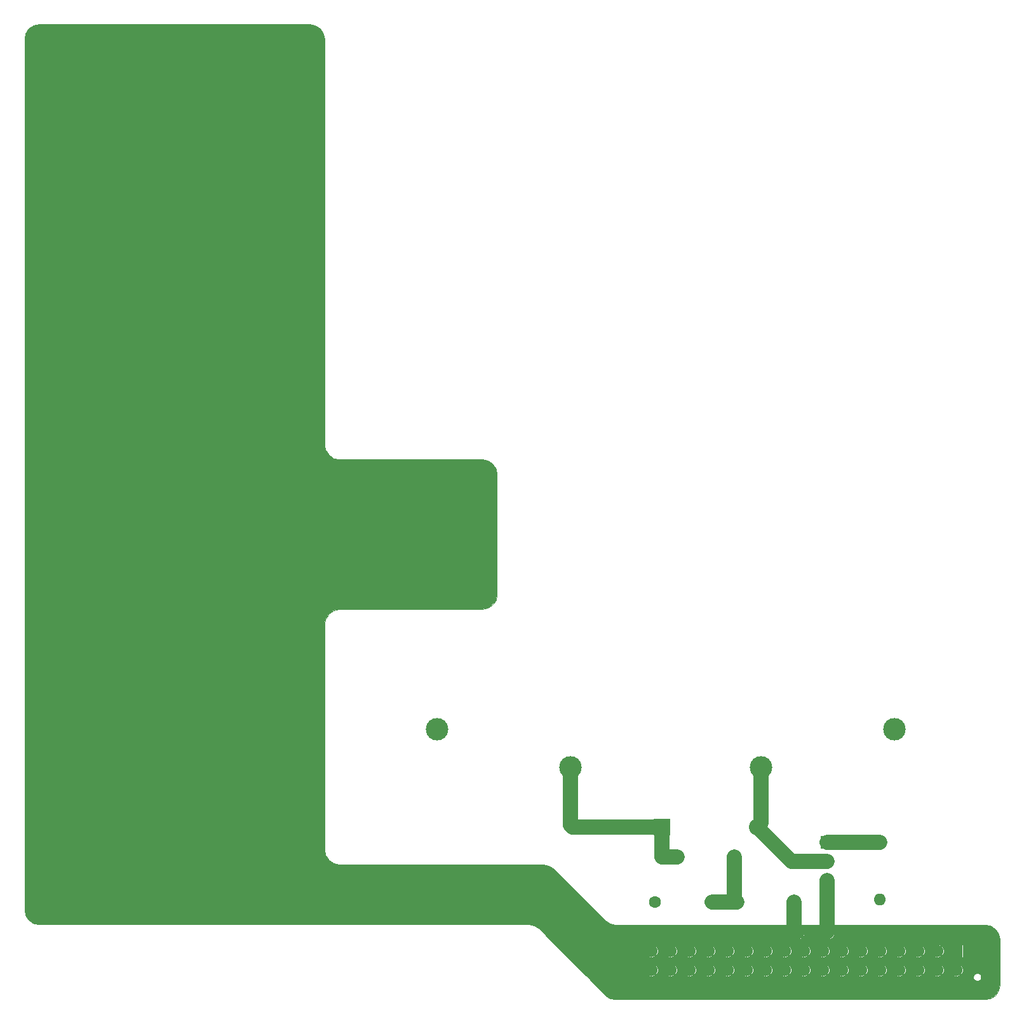
<source format=gbr>
G04 #@! TF.FileFunction,Copper,L2,Bot,Signal*
%FSLAX46Y46*%
G04 Gerber Fmt 4.6, Leading zero omitted, Abs format (unit mm)*
G04 Created by KiCad (PCBNEW 4.0.3-stable) date 01/11/25 11:01:01*
%MOMM*%
%LPD*%
G01*
G04 APERTURE LIST*
%ADD10C,0.100000*%
%ADD11C,1.600000*%
%ADD12O,1.600000X1.600000*%
%ADD13R,1.700000X1.700000*%
%ADD14C,1.700000*%
%ADD15C,3.000000*%
%ADD16R,1.800000X1.800000*%
%ADD17O,1.800000X1.800000*%
%ADD18R,2.200000X2.200000*%
%ADD19O,2.200000X2.200000*%
%ADD20C,2.000000*%
%ADD21C,0.250000*%
%ADD22C,0.025400*%
G04 APERTURE END LIST*
D10*
D11*
X119000000Y-152000000D03*
D12*
X126620000Y-152000000D03*
D11*
X130000000Y-152000000D03*
D12*
X137620000Y-152000000D03*
D11*
X122000000Y-146000000D03*
D12*
X129620000Y-146000000D03*
D13*
X159200000Y-158500000D03*
D14*
X159200000Y-161040000D03*
X156660000Y-158500000D03*
X156660000Y-161040000D03*
X154120000Y-158500000D03*
X154120000Y-161040000D03*
X151580000Y-158500000D03*
X151580000Y-161040000D03*
X149040000Y-158500000D03*
X149040000Y-161040000D03*
X146500000Y-158500000D03*
X146500000Y-161040000D03*
X143960000Y-158500000D03*
X143960000Y-161040000D03*
X141420000Y-158500000D03*
X141420000Y-161040000D03*
X138880000Y-158500000D03*
X138880000Y-161040000D03*
X136340000Y-158500000D03*
X136340000Y-161040000D03*
X133800000Y-158500000D03*
X133800000Y-161040000D03*
X131260000Y-158500000D03*
X131260000Y-161040000D03*
X128720000Y-158500000D03*
X128720000Y-161040000D03*
X126180000Y-158500000D03*
X126180000Y-161040000D03*
X123640000Y-158500000D03*
X123640000Y-161040000D03*
X121100000Y-158500000D03*
X121100000Y-161040000D03*
X118560000Y-158500000D03*
X118560000Y-161040000D03*
D15*
X133180000Y-134080000D03*
X90000000Y-129000000D03*
X150960000Y-129000000D03*
X107780000Y-134080000D03*
D16*
X142000000Y-144000000D03*
D17*
X142000000Y-146540000D03*
X142000000Y-149080000D03*
D18*
X120000000Y-142000000D03*
D19*
X132700000Y-142000000D03*
D11*
X149000000Y-144000000D03*
D12*
X149000000Y-151620000D03*
D20*
X142000000Y-144000000D02*
X149000000Y-144000000D01*
X142000000Y-149080000D02*
X142000000Y-156000000D01*
X142000000Y-146540000D02*
X137240000Y-146540000D01*
X137240000Y-146540000D02*
X132700000Y-142000000D01*
X133180000Y-134080000D02*
X133180000Y-141520000D01*
X133180000Y-141520000D02*
X132700000Y-142000000D01*
X129620000Y-146000000D02*
X129620000Y-151620000D01*
X129620000Y-151620000D02*
X130000000Y-152000000D01*
X107780000Y-134080000D02*
X107780000Y-141780000D01*
X108000000Y-142000000D02*
X120000000Y-142000000D01*
X107780000Y-141780000D02*
X108000000Y-142000000D01*
X122000000Y-146000000D02*
X120000000Y-146000000D01*
X120000000Y-146000000D02*
X120000000Y-142000000D01*
X137620000Y-152000000D02*
X137620000Y-155620000D01*
X137620000Y-155620000D02*
X138000000Y-156000000D01*
X126620000Y-152000000D02*
X130000000Y-152000000D01*
D21*
X164000000Y-163000000D02*
X163000000Y-163000000D01*
X81000000Y-99000000D02*
X82000000Y-99000000D01*
X40000000Y-78000000D02*
X41000000Y-78000000D01*
D22*
G36*
X73760411Y-35164204D02*
X74405058Y-35594942D01*
X74835796Y-36239589D01*
X74987300Y-37001251D01*
X74987300Y-91000000D01*
X74987544Y-91002478D01*
X75139785Y-91767845D01*
X75141681Y-91772423D01*
X75575226Y-92421270D01*
X75578730Y-92424774D01*
X76227577Y-92858319D01*
X76232155Y-92860215D01*
X76997522Y-93012456D01*
X77000000Y-93012700D01*
X95998749Y-93012700D01*
X96760411Y-93164204D01*
X97405058Y-93594942D01*
X97835796Y-94239589D01*
X97987300Y-95001251D01*
X97987300Y-110998749D01*
X97835796Y-111760411D01*
X97405058Y-112405058D01*
X96760411Y-112835796D01*
X95998749Y-112987300D01*
X77000000Y-112987300D01*
X76997522Y-112987544D01*
X76232155Y-113139785D01*
X76227577Y-113141681D01*
X75578730Y-113575226D01*
X75575226Y-113578730D01*
X75141681Y-114227577D01*
X75139785Y-114232155D01*
X74987544Y-114997522D01*
X74987300Y-115000000D01*
X74987300Y-145000000D01*
X74987544Y-145002478D01*
X75139785Y-145767845D01*
X75141681Y-145772423D01*
X75575226Y-146421270D01*
X75578730Y-146424774D01*
X76227577Y-146858319D01*
X76232155Y-146860215D01*
X76997522Y-147012456D01*
X77000000Y-147012700D01*
X104170322Y-147012700D01*
X104931984Y-147164204D01*
X105577693Y-147595653D01*
X112405234Y-154423194D01*
X112407158Y-154424774D01*
X113056004Y-154858319D01*
X113060582Y-154860215D01*
X113825949Y-155012456D01*
X113828427Y-155012700D01*
X136607300Y-155012700D01*
X136607300Y-155620000D01*
X136684387Y-156007544D01*
X136903913Y-156336087D01*
X137283913Y-156716087D01*
X137612457Y-156935613D01*
X138000000Y-157012700D01*
X138387543Y-156935613D01*
X138716087Y-156716087D01*
X138935613Y-156387543D01*
X139012700Y-156000000D01*
X138935613Y-155612457D01*
X138716087Y-155283913D01*
X138632700Y-155200526D01*
X138632700Y-155012700D01*
X140987300Y-155012700D01*
X140987300Y-156000000D01*
X141064387Y-156387544D01*
X141283913Y-156716087D01*
X141612456Y-156935613D01*
X142000000Y-157012700D01*
X142387544Y-156935613D01*
X142716087Y-156716087D01*
X142935613Y-156387544D01*
X143012700Y-156000000D01*
X143012700Y-155012700D01*
X162998749Y-155012700D01*
X163760411Y-155164204D01*
X164405058Y-155594942D01*
X164835796Y-156239589D01*
X164987300Y-157001251D01*
X164987300Y-162998749D01*
X164835796Y-163760411D01*
X164405058Y-164405058D01*
X163760411Y-164835796D01*
X162998749Y-164987300D01*
X113829678Y-164987300D01*
X113068016Y-164835796D01*
X112422307Y-164404347D01*
X111017960Y-163000000D01*
X162862300Y-163000000D01*
X162872782Y-163052696D01*
X162902631Y-163097369D01*
X162947304Y-163127218D01*
X163000000Y-163137700D01*
X164000000Y-163137700D01*
X164052696Y-163127218D01*
X164097369Y-163097369D01*
X164127218Y-163052696D01*
X164137700Y-163000000D01*
X164127218Y-162947304D01*
X164097369Y-162902631D01*
X164052696Y-162872782D01*
X164000000Y-162862300D01*
X163000000Y-162862300D01*
X162947304Y-162872782D01*
X162902631Y-162902631D01*
X162872782Y-162947304D01*
X162862300Y-163000000D01*
X111017960Y-163000000D01*
X110119495Y-162101535D01*
X161487212Y-162101535D01*
X161565101Y-162290042D01*
X161709200Y-162434392D01*
X161897570Y-162512610D01*
X162101535Y-162512788D01*
X162290042Y-162434899D01*
X162434392Y-162290800D01*
X162512610Y-162102430D01*
X162512788Y-161898465D01*
X162434899Y-161709958D01*
X162290800Y-161565608D01*
X162102430Y-161487390D01*
X161898465Y-161487212D01*
X161709958Y-161565101D01*
X161565608Y-161709200D01*
X161487390Y-161897570D01*
X161487212Y-162101535D01*
X110119495Y-162101535D01*
X109228809Y-161210849D01*
X117697151Y-161210849D01*
X117828212Y-161528042D01*
X118070682Y-161770935D01*
X118387646Y-161902550D01*
X118730849Y-161902849D01*
X119048042Y-161771788D01*
X119290935Y-161529318D01*
X119422550Y-161212354D01*
X119422551Y-161210849D01*
X120237151Y-161210849D01*
X120368212Y-161528042D01*
X120610682Y-161770935D01*
X120927646Y-161902550D01*
X121270849Y-161902849D01*
X121588042Y-161771788D01*
X121830935Y-161529318D01*
X121962550Y-161212354D01*
X121962551Y-161210849D01*
X122777151Y-161210849D01*
X122908212Y-161528042D01*
X123150682Y-161770935D01*
X123467646Y-161902550D01*
X123810849Y-161902849D01*
X124128042Y-161771788D01*
X124370935Y-161529318D01*
X124502550Y-161212354D01*
X124502551Y-161210849D01*
X125317151Y-161210849D01*
X125448212Y-161528042D01*
X125690682Y-161770935D01*
X126007646Y-161902550D01*
X126350849Y-161902849D01*
X126668042Y-161771788D01*
X126910935Y-161529318D01*
X127042550Y-161212354D01*
X127042551Y-161210849D01*
X127857151Y-161210849D01*
X127988212Y-161528042D01*
X128230682Y-161770935D01*
X128547646Y-161902550D01*
X128890849Y-161902849D01*
X129208042Y-161771788D01*
X129450935Y-161529318D01*
X129582550Y-161212354D01*
X129582551Y-161210849D01*
X130397151Y-161210849D01*
X130528212Y-161528042D01*
X130770682Y-161770935D01*
X131087646Y-161902550D01*
X131430849Y-161902849D01*
X131748042Y-161771788D01*
X131990935Y-161529318D01*
X132122550Y-161212354D01*
X132122551Y-161210849D01*
X132937151Y-161210849D01*
X133068212Y-161528042D01*
X133310682Y-161770935D01*
X133627646Y-161902550D01*
X133970849Y-161902849D01*
X134288042Y-161771788D01*
X134530935Y-161529318D01*
X134662550Y-161212354D01*
X134662551Y-161210849D01*
X135477151Y-161210849D01*
X135608212Y-161528042D01*
X135850682Y-161770935D01*
X136167646Y-161902550D01*
X136510849Y-161902849D01*
X136828042Y-161771788D01*
X137070935Y-161529318D01*
X137202550Y-161212354D01*
X137202551Y-161210849D01*
X138017151Y-161210849D01*
X138148212Y-161528042D01*
X138390682Y-161770935D01*
X138707646Y-161902550D01*
X139050849Y-161902849D01*
X139368042Y-161771788D01*
X139610935Y-161529318D01*
X139742550Y-161212354D01*
X139742551Y-161210849D01*
X140557151Y-161210849D01*
X140688212Y-161528042D01*
X140930682Y-161770935D01*
X141247646Y-161902550D01*
X141590849Y-161902849D01*
X141908042Y-161771788D01*
X142150935Y-161529318D01*
X142282550Y-161212354D01*
X142282551Y-161210849D01*
X143097151Y-161210849D01*
X143228212Y-161528042D01*
X143470682Y-161770935D01*
X143787646Y-161902550D01*
X144130849Y-161902849D01*
X144448042Y-161771788D01*
X144690935Y-161529318D01*
X144822550Y-161212354D01*
X144822551Y-161210849D01*
X145637151Y-161210849D01*
X145768212Y-161528042D01*
X146010682Y-161770935D01*
X146327646Y-161902550D01*
X146670849Y-161902849D01*
X146988042Y-161771788D01*
X147230935Y-161529318D01*
X147362550Y-161212354D01*
X147362551Y-161210849D01*
X148177151Y-161210849D01*
X148308212Y-161528042D01*
X148550682Y-161770935D01*
X148867646Y-161902550D01*
X149210849Y-161902849D01*
X149528042Y-161771788D01*
X149770935Y-161529318D01*
X149902550Y-161212354D01*
X149902551Y-161210849D01*
X150717151Y-161210849D01*
X150848212Y-161528042D01*
X151090682Y-161770935D01*
X151407646Y-161902550D01*
X151750849Y-161902849D01*
X152068042Y-161771788D01*
X152310935Y-161529318D01*
X152442550Y-161212354D01*
X152442551Y-161210849D01*
X153257151Y-161210849D01*
X153388212Y-161528042D01*
X153630682Y-161770935D01*
X153947646Y-161902550D01*
X154290849Y-161902849D01*
X154608042Y-161771788D01*
X154850935Y-161529318D01*
X154982550Y-161212354D01*
X154982551Y-161210849D01*
X155797151Y-161210849D01*
X155928212Y-161528042D01*
X156170682Y-161770935D01*
X156487646Y-161902550D01*
X156830849Y-161902849D01*
X157148042Y-161771788D01*
X157390935Y-161529318D01*
X157522550Y-161212354D01*
X157522551Y-161210849D01*
X158337151Y-161210849D01*
X158468212Y-161528042D01*
X158710682Y-161770935D01*
X159027646Y-161902550D01*
X159370849Y-161902849D01*
X159688042Y-161771788D01*
X159930935Y-161529318D01*
X160062550Y-161212354D01*
X160062849Y-160869151D01*
X159931788Y-160551958D01*
X159689318Y-160309065D01*
X159372354Y-160177450D01*
X159029151Y-160177151D01*
X158711958Y-160308212D01*
X158469065Y-160550682D01*
X158337450Y-160867646D01*
X158337151Y-161210849D01*
X157522551Y-161210849D01*
X157522849Y-160869151D01*
X157391788Y-160551958D01*
X157149318Y-160309065D01*
X156832354Y-160177450D01*
X156489151Y-160177151D01*
X156171958Y-160308212D01*
X155929065Y-160550682D01*
X155797450Y-160867646D01*
X155797151Y-161210849D01*
X154982551Y-161210849D01*
X154982849Y-160869151D01*
X154851788Y-160551958D01*
X154609318Y-160309065D01*
X154292354Y-160177450D01*
X153949151Y-160177151D01*
X153631958Y-160308212D01*
X153389065Y-160550682D01*
X153257450Y-160867646D01*
X153257151Y-161210849D01*
X152442551Y-161210849D01*
X152442849Y-160869151D01*
X152311788Y-160551958D01*
X152069318Y-160309065D01*
X151752354Y-160177450D01*
X151409151Y-160177151D01*
X151091958Y-160308212D01*
X150849065Y-160550682D01*
X150717450Y-160867646D01*
X150717151Y-161210849D01*
X149902551Y-161210849D01*
X149902849Y-160869151D01*
X149771788Y-160551958D01*
X149529318Y-160309065D01*
X149212354Y-160177450D01*
X148869151Y-160177151D01*
X148551958Y-160308212D01*
X148309065Y-160550682D01*
X148177450Y-160867646D01*
X148177151Y-161210849D01*
X147362551Y-161210849D01*
X147362849Y-160869151D01*
X147231788Y-160551958D01*
X146989318Y-160309065D01*
X146672354Y-160177450D01*
X146329151Y-160177151D01*
X146011958Y-160308212D01*
X145769065Y-160550682D01*
X145637450Y-160867646D01*
X145637151Y-161210849D01*
X144822551Y-161210849D01*
X144822849Y-160869151D01*
X144691788Y-160551958D01*
X144449318Y-160309065D01*
X144132354Y-160177450D01*
X143789151Y-160177151D01*
X143471958Y-160308212D01*
X143229065Y-160550682D01*
X143097450Y-160867646D01*
X143097151Y-161210849D01*
X142282551Y-161210849D01*
X142282849Y-160869151D01*
X142151788Y-160551958D01*
X141909318Y-160309065D01*
X141592354Y-160177450D01*
X141249151Y-160177151D01*
X140931958Y-160308212D01*
X140689065Y-160550682D01*
X140557450Y-160867646D01*
X140557151Y-161210849D01*
X139742551Y-161210849D01*
X139742849Y-160869151D01*
X139611788Y-160551958D01*
X139369318Y-160309065D01*
X139052354Y-160177450D01*
X138709151Y-160177151D01*
X138391958Y-160308212D01*
X138149065Y-160550682D01*
X138017450Y-160867646D01*
X138017151Y-161210849D01*
X137202551Y-161210849D01*
X137202849Y-160869151D01*
X137071788Y-160551958D01*
X136829318Y-160309065D01*
X136512354Y-160177450D01*
X136169151Y-160177151D01*
X135851958Y-160308212D01*
X135609065Y-160550682D01*
X135477450Y-160867646D01*
X135477151Y-161210849D01*
X134662551Y-161210849D01*
X134662849Y-160869151D01*
X134531788Y-160551958D01*
X134289318Y-160309065D01*
X133972354Y-160177450D01*
X133629151Y-160177151D01*
X133311958Y-160308212D01*
X133069065Y-160550682D01*
X132937450Y-160867646D01*
X132937151Y-161210849D01*
X132122551Y-161210849D01*
X132122849Y-160869151D01*
X131991788Y-160551958D01*
X131749318Y-160309065D01*
X131432354Y-160177450D01*
X131089151Y-160177151D01*
X130771958Y-160308212D01*
X130529065Y-160550682D01*
X130397450Y-160867646D01*
X130397151Y-161210849D01*
X129582551Y-161210849D01*
X129582849Y-160869151D01*
X129451788Y-160551958D01*
X129209318Y-160309065D01*
X128892354Y-160177450D01*
X128549151Y-160177151D01*
X128231958Y-160308212D01*
X127989065Y-160550682D01*
X127857450Y-160867646D01*
X127857151Y-161210849D01*
X127042551Y-161210849D01*
X127042849Y-160869151D01*
X126911788Y-160551958D01*
X126669318Y-160309065D01*
X126352354Y-160177450D01*
X126009151Y-160177151D01*
X125691958Y-160308212D01*
X125449065Y-160550682D01*
X125317450Y-160867646D01*
X125317151Y-161210849D01*
X124502551Y-161210849D01*
X124502849Y-160869151D01*
X124371788Y-160551958D01*
X124129318Y-160309065D01*
X123812354Y-160177450D01*
X123469151Y-160177151D01*
X123151958Y-160308212D01*
X122909065Y-160550682D01*
X122777450Y-160867646D01*
X122777151Y-161210849D01*
X121962551Y-161210849D01*
X121962849Y-160869151D01*
X121831788Y-160551958D01*
X121589318Y-160309065D01*
X121272354Y-160177450D01*
X120929151Y-160177151D01*
X120611958Y-160308212D01*
X120369065Y-160550682D01*
X120237450Y-160867646D01*
X120237151Y-161210849D01*
X119422551Y-161210849D01*
X119422849Y-160869151D01*
X119291788Y-160551958D01*
X119049318Y-160309065D01*
X118732354Y-160177450D01*
X118389151Y-160177151D01*
X118071958Y-160308212D01*
X117829065Y-160550682D01*
X117697450Y-160867646D01*
X117697151Y-161210849D01*
X109228809Y-161210849D01*
X106688809Y-158670849D01*
X117697151Y-158670849D01*
X117828212Y-158988042D01*
X118070682Y-159230935D01*
X118387646Y-159362550D01*
X118730849Y-159362849D01*
X119048042Y-159231788D01*
X119290935Y-158989318D01*
X119422550Y-158672354D01*
X119422551Y-158670849D01*
X120237151Y-158670849D01*
X120368212Y-158988042D01*
X120610682Y-159230935D01*
X120927646Y-159362550D01*
X121270849Y-159362849D01*
X121588042Y-159231788D01*
X121830935Y-158989318D01*
X121962550Y-158672354D01*
X121962551Y-158670849D01*
X122777151Y-158670849D01*
X122908212Y-158988042D01*
X123150682Y-159230935D01*
X123467646Y-159362550D01*
X123810849Y-159362849D01*
X124128042Y-159231788D01*
X124370935Y-158989318D01*
X124502550Y-158672354D01*
X124502551Y-158670849D01*
X125317151Y-158670849D01*
X125448212Y-158988042D01*
X125690682Y-159230935D01*
X126007646Y-159362550D01*
X126350849Y-159362849D01*
X126668042Y-159231788D01*
X126910935Y-158989318D01*
X127042550Y-158672354D01*
X127042551Y-158670849D01*
X127857151Y-158670849D01*
X127988212Y-158988042D01*
X128230682Y-159230935D01*
X128547646Y-159362550D01*
X128890849Y-159362849D01*
X129208042Y-159231788D01*
X129450935Y-158989318D01*
X129582550Y-158672354D01*
X129582551Y-158670849D01*
X130397151Y-158670849D01*
X130528212Y-158988042D01*
X130770682Y-159230935D01*
X131087646Y-159362550D01*
X131430849Y-159362849D01*
X131748042Y-159231788D01*
X131990935Y-158989318D01*
X132122550Y-158672354D01*
X132122551Y-158670849D01*
X132937151Y-158670849D01*
X133068212Y-158988042D01*
X133310682Y-159230935D01*
X133627646Y-159362550D01*
X133970849Y-159362849D01*
X134288042Y-159231788D01*
X134530935Y-158989318D01*
X134662550Y-158672354D01*
X134662551Y-158670849D01*
X135477151Y-158670849D01*
X135608212Y-158988042D01*
X135850682Y-159230935D01*
X136167646Y-159362550D01*
X136510849Y-159362849D01*
X136828042Y-159231788D01*
X137070935Y-158989318D01*
X137202550Y-158672354D01*
X137202551Y-158670849D01*
X138017151Y-158670849D01*
X138148212Y-158988042D01*
X138390682Y-159230935D01*
X138707646Y-159362550D01*
X139050849Y-159362849D01*
X139368042Y-159231788D01*
X139610935Y-158989318D01*
X139742550Y-158672354D01*
X139742551Y-158670849D01*
X140557151Y-158670849D01*
X140688212Y-158988042D01*
X140930682Y-159230935D01*
X141247646Y-159362550D01*
X141590849Y-159362849D01*
X141908042Y-159231788D01*
X142150935Y-158989318D01*
X142282550Y-158672354D01*
X142282551Y-158670849D01*
X143097151Y-158670849D01*
X143228212Y-158988042D01*
X143470682Y-159230935D01*
X143787646Y-159362550D01*
X144130849Y-159362849D01*
X144448042Y-159231788D01*
X144690935Y-158989318D01*
X144822550Y-158672354D01*
X144822551Y-158670849D01*
X145637151Y-158670849D01*
X145768212Y-158988042D01*
X146010682Y-159230935D01*
X146327646Y-159362550D01*
X146670849Y-159362849D01*
X146988042Y-159231788D01*
X147230935Y-158989318D01*
X147362550Y-158672354D01*
X147362551Y-158670849D01*
X148177151Y-158670849D01*
X148308212Y-158988042D01*
X148550682Y-159230935D01*
X148867646Y-159362550D01*
X149210849Y-159362849D01*
X149528042Y-159231788D01*
X149770935Y-158989318D01*
X149902550Y-158672354D01*
X149902551Y-158670849D01*
X150717151Y-158670849D01*
X150848212Y-158988042D01*
X151090682Y-159230935D01*
X151407646Y-159362550D01*
X151750849Y-159362849D01*
X152068042Y-159231788D01*
X152310935Y-158989318D01*
X152442550Y-158672354D01*
X152442551Y-158670849D01*
X153257151Y-158670849D01*
X153388212Y-158988042D01*
X153630682Y-159230935D01*
X153947646Y-159362550D01*
X154290849Y-159362849D01*
X154608042Y-159231788D01*
X154850935Y-158989318D01*
X154982550Y-158672354D01*
X154982551Y-158670849D01*
X155797151Y-158670849D01*
X155928212Y-158988042D01*
X156170682Y-159230935D01*
X156487646Y-159362550D01*
X156830849Y-159362849D01*
X157148042Y-159231788D01*
X157390935Y-158989318D01*
X157522550Y-158672354D01*
X157522849Y-158329151D01*
X157391788Y-158011958D01*
X157149318Y-157769065D01*
X156862578Y-157650000D01*
X158337052Y-157650000D01*
X158337052Y-159350000D01*
X158337938Y-159354706D01*
X158340719Y-159359028D01*
X158344963Y-159361928D01*
X158350000Y-159362948D01*
X160050000Y-159362948D01*
X160054706Y-159362062D01*
X160059028Y-159359281D01*
X160061928Y-159355037D01*
X160062948Y-159350000D01*
X160062948Y-157650000D01*
X160062062Y-157645294D01*
X160059281Y-157640972D01*
X160055037Y-157638072D01*
X160050000Y-157637052D01*
X158350000Y-157637052D01*
X158345294Y-157637938D01*
X158340972Y-157640719D01*
X158338072Y-157644963D01*
X158337052Y-157650000D01*
X156862578Y-157650000D01*
X156832354Y-157637450D01*
X156489151Y-157637151D01*
X156171958Y-157768212D01*
X155929065Y-158010682D01*
X155797450Y-158327646D01*
X155797151Y-158670849D01*
X154982551Y-158670849D01*
X154982849Y-158329151D01*
X154851788Y-158011958D01*
X154609318Y-157769065D01*
X154292354Y-157637450D01*
X153949151Y-157637151D01*
X153631958Y-157768212D01*
X153389065Y-158010682D01*
X153257450Y-158327646D01*
X153257151Y-158670849D01*
X152442551Y-158670849D01*
X152442849Y-158329151D01*
X152311788Y-158011958D01*
X152069318Y-157769065D01*
X151752354Y-157637450D01*
X151409151Y-157637151D01*
X151091958Y-157768212D01*
X150849065Y-158010682D01*
X150717450Y-158327646D01*
X150717151Y-158670849D01*
X149902551Y-158670849D01*
X149902849Y-158329151D01*
X149771788Y-158011958D01*
X149529318Y-157769065D01*
X149212354Y-157637450D01*
X148869151Y-157637151D01*
X148551958Y-157768212D01*
X148309065Y-158010682D01*
X148177450Y-158327646D01*
X148177151Y-158670849D01*
X147362551Y-158670849D01*
X147362849Y-158329151D01*
X147231788Y-158011958D01*
X146989318Y-157769065D01*
X146672354Y-157637450D01*
X146329151Y-157637151D01*
X146011958Y-157768212D01*
X145769065Y-158010682D01*
X145637450Y-158327646D01*
X145637151Y-158670849D01*
X144822551Y-158670849D01*
X144822849Y-158329151D01*
X144691788Y-158011958D01*
X144449318Y-157769065D01*
X144132354Y-157637450D01*
X143789151Y-157637151D01*
X143471958Y-157768212D01*
X143229065Y-158010682D01*
X143097450Y-158327646D01*
X143097151Y-158670849D01*
X142282551Y-158670849D01*
X142282849Y-158329151D01*
X142151788Y-158011958D01*
X141909318Y-157769065D01*
X141592354Y-157637450D01*
X141249151Y-157637151D01*
X140931958Y-157768212D01*
X140689065Y-158010682D01*
X140557450Y-158327646D01*
X140557151Y-158670849D01*
X139742551Y-158670849D01*
X139742849Y-158329151D01*
X139611788Y-158011958D01*
X139369318Y-157769065D01*
X139052354Y-157637450D01*
X138709151Y-157637151D01*
X138391958Y-157768212D01*
X138149065Y-158010682D01*
X138017450Y-158327646D01*
X138017151Y-158670849D01*
X137202551Y-158670849D01*
X137202849Y-158329151D01*
X137071788Y-158011958D01*
X136829318Y-157769065D01*
X136512354Y-157637450D01*
X136169151Y-157637151D01*
X135851958Y-157768212D01*
X135609065Y-158010682D01*
X135477450Y-158327646D01*
X135477151Y-158670849D01*
X134662551Y-158670849D01*
X134662849Y-158329151D01*
X134531788Y-158011958D01*
X134289318Y-157769065D01*
X133972354Y-157637450D01*
X133629151Y-157637151D01*
X133311958Y-157768212D01*
X133069065Y-158010682D01*
X132937450Y-158327646D01*
X132937151Y-158670849D01*
X132122551Y-158670849D01*
X132122849Y-158329151D01*
X131991788Y-158011958D01*
X131749318Y-157769065D01*
X131432354Y-157637450D01*
X131089151Y-157637151D01*
X130771958Y-157768212D01*
X130529065Y-158010682D01*
X130397450Y-158327646D01*
X130397151Y-158670849D01*
X129582551Y-158670849D01*
X129582849Y-158329151D01*
X129451788Y-158011958D01*
X129209318Y-157769065D01*
X128892354Y-157637450D01*
X128549151Y-157637151D01*
X128231958Y-157768212D01*
X127989065Y-158010682D01*
X127857450Y-158327646D01*
X127857151Y-158670849D01*
X127042551Y-158670849D01*
X127042849Y-158329151D01*
X126911788Y-158011958D01*
X126669318Y-157769065D01*
X126352354Y-157637450D01*
X126009151Y-157637151D01*
X125691958Y-157768212D01*
X125449065Y-158010682D01*
X125317450Y-158327646D01*
X125317151Y-158670849D01*
X124502551Y-158670849D01*
X124502849Y-158329151D01*
X124371788Y-158011958D01*
X124129318Y-157769065D01*
X123812354Y-157637450D01*
X123469151Y-157637151D01*
X123151958Y-157768212D01*
X122909065Y-158010682D01*
X122777450Y-158327646D01*
X122777151Y-158670849D01*
X121962551Y-158670849D01*
X121962849Y-158329151D01*
X121831788Y-158011958D01*
X121589318Y-157769065D01*
X121272354Y-157637450D01*
X120929151Y-157637151D01*
X120611958Y-157768212D01*
X120369065Y-158010682D01*
X120237450Y-158327646D01*
X120237151Y-158670849D01*
X119422551Y-158670849D01*
X119422849Y-158329151D01*
X119291788Y-158011958D01*
X119049318Y-157769065D01*
X118732354Y-157637450D01*
X118389151Y-157637151D01*
X118071958Y-157768212D01*
X117829065Y-158010682D01*
X117697450Y-158327646D01*
X117697151Y-158670849D01*
X106688809Y-158670849D01*
X103594766Y-155576806D01*
X103592842Y-155575226D01*
X102943996Y-155141681D01*
X102939418Y-155139785D01*
X102174051Y-154987544D01*
X102171573Y-154987300D01*
X37001251Y-154987300D01*
X36239589Y-154835796D01*
X35594942Y-154405058D01*
X35164204Y-153760411D01*
X35012700Y-152998749D01*
X35012700Y-99000000D01*
X80862300Y-99000000D01*
X80872782Y-99052696D01*
X80902631Y-99097369D01*
X80947304Y-99127218D01*
X81000000Y-99137700D01*
X82000000Y-99137700D01*
X82052696Y-99127218D01*
X82097369Y-99097369D01*
X82127218Y-99052696D01*
X82137700Y-99000000D01*
X82127218Y-98947304D01*
X82097369Y-98902631D01*
X82052696Y-98872782D01*
X82000000Y-98862300D01*
X81000000Y-98862300D01*
X80947304Y-98872782D01*
X80902631Y-98902631D01*
X80872782Y-98947304D01*
X80862300Y-99000000D01*
X35012700Y-99000000D01*
X35012700Y-78000000D01*
X39862300Y-78000000D01*
X39872782Y-78052696D01*
X39902631Y-78097369D01*
X39947304Y-78127218D01*
X40000000Y-78137700D01*
X41000000Y-78137700D01*
X41052696Y-78127218D01*
X41097369Y-78097369D01*
X41127218Y-78052696D01*
X41137700Y-78000000D01*
X41127218Y-77947304D01*
X41097369Y-77902631D01*
X41052696Y-77872782D01*
X41000000Y-77862300D01*
X40000000Y-77862300D01*
X39947304Y-77872782D01*
X39902631Y-77902631D01*
X39872782Y-77947304D01*
X39862300Y-78000000D01*
X35012700Y-78000000D01*
X35012700Y-37001251D01*
X35164204Y-36239589D01*
X35594942Y-35594942D01*
X36239589Y-35164204D01*
X37001251Y-35012700D01*
X72998749Y-35012700D01*
X73760411Y-35164204D01*
X73760411Y-35164204D01*
G37*
X73760411Y-35164204D02*
X74405058Y-35594942D01*
X74835796Y-36239589D01*
X74987300Y-37001251D01*
X74987300Y-91000000D01*
X74987544Y-91002478D01*
X75139785Y-91767845D01*
X75141681Y-91772423D01*
X75575226Y-92421270D01*
X75578730Y-92424774D01*
X76227577Y-92858319D01*
X76232155Y-92860215D01*
X76997522Y-93012456D01*
X77000000Y-93012700D01*
X95998749Y-93012700D01*
X96760411Y-93164204D01*
X97405058Y-93594942D01*
X97835796Y-94239589D01*
X97987300Y-95001251D01*
X97987300Y-110998749D01*
X97835796Y-111760411D01*
X97405058Y-112405058D01*
X96760411Y-112835796D01*
X95998749Y-112987300D01*
X77000000Y-112987300D01*
X76997522Y-112987544D01*
X76232155Y-113139785D01*
X76227577Y-113141681D01*
X75578730Y-113575226D01*
X75575226Y-113578730D01*
X75141681Y-114227577D01*
X75139785Y-114232155D01*
X74987544Y-114997522D01*
X74987300Y-115000000D01*
X74987300Y-145000000D01*
X74987544Y-145002478D01*
X75139785Y-145767845D01*
X75141681Y-145772423D01*
X75575226Y-146421270D01*
X75578730Y-146424774D01*
X76227577Y-146858319D01*
X76232155Y-146860215D01*
X76997522Y-147012456D01*
X77000000Y-147012700D01*
X104170322Y-147012700D01*
X104931984Y-147164204D01*
X105577693Y-147595653D01*
X112405234Y-154423194D01*
X112407158Y-154424774D01*
X113056004Y-154858319D01*
X113060582Y-154860215D01*
X113825949Y-155012456D01*
X113828427Y-155012700D01*
X136607300Y-155012700D01*
X136607300Y-155620000D01*
X136684387Y-156007544D01*
X136903913Y-156336087D01*
X137283913Y-156716087D01*
X137612457Y-156935613D01*
X138000000Y-157012700D01*
X138387543Y-156935613D01*
X138716087Y-156716087D01*
X138935613Y-156387543D01*
X139012700Y-156000000D01*
X138935613Y-155612457D01*
X138716087Y-155283913D01*
X138632700Y-155200526D01*
X138632700Y-155012700D01*
X140987300Y-155012700D01*
X140987300Y-156000000D01*
X141064387Y-156387544D01*
X141283913Y-156716087D01*
X141612456Y-156935613D01*
X142000000Y-157012700D01*
X142387544Y-156935613D01*
X142716087Y-156716087D01*
X142935613Y-156387544D01*
X143012700Y-156000000D01*
X143012700Y-155012700D01*
X162998749Y-155012700D01*
X163760411Y-155164204D01*
X164405058Y-155594942D01*
X164835796Y-156239589D01*
X164987300Y-157001251D01*
X164987300Y-162998749D01*
X164835796Y-163760411D01*
X164405058Y-164405058D01*
X163760411Y-164835796D01*
X162998749Y-164987300D01*
X113829678Y-164987300D01*
X113068016Y-164835796D01*
X112422307Y-164404347D01*
X111017960Y-163000000D01*
X162862300Y-163000000D01*
X162872782Y-163052696D01*
X162902631Y-163097369D01*
X162947304Y-163127218D01*
X163000000Y-163137700D01*
X164000000Y-163137700D01*
X164052696Y-163127218D01*
X164097369Y-163097369D01*
X164127218Y-163052696D01*
X164137700Y-163000000D01*
X164127218Y-162947304D01*
X164097369Y-162902631D01*
X164052696Y-162872782D01*
X164000000Y-162862300D01*
X163000000Y-162862300D01*
X162947304Y-162872782D01*
X162902631Y-162902631D01*
X162872782Y-162947304D01*
X162862300Y-163000000D01*
X111017960Y-163000000D01*
X110119495Y-162101535D01*
X161487212Y-162101535D01*
X161565101Y-162290042D01*
X161709200Y-162434392D01*
X161897570Y-162512610D01*
X162101535Y-162512788D01*
X162290042Y-162434899D01*
X162434392Y-162290800D01*
X162512610Y-162102430D01*
X162512788Y-161898465D01*
X162434899Y-161709958D01*
X162290800Y-161565608D01*
X162102430Y-161487390D01*
X161898465Y-161487212D01*
X161709958Y-161565101D01*
X161565608Y-161709200D01*
X161487390Y-161897570D01*
X161487212Y-162101535D01*
X110119495Y-162101535D01*
X109228809Y-161210849D01*
X117697151Y-161210849D01*
X117828212Y-161528042D01*
X118070682Y-161770935D01*
X118387646Y-161902550D01*
X118730849Y-161902849D01*
X119048042Y-161771788D01*
X119290935Y-161529318D01*
X119422550Y-161212354D01*
X119422551Y-161210849D01*
X120237151Y-161210849D01*
X120368212Y-161528042D01*
X120610682Y-161770935D01*
X120927646Y-161902550D01*
X121270849Y-161902849D01*
X121588042Y-161771788D01*
X121830935Y-161529318D01*
X121962550Y-161212354D01*
X121962551Y-161210849D01*
X122777151Y-161210849D01*
X122908212Y-161528042D01*
X123150682Y-161770935D01*
X123467646Y-161902550D01*
X123810849Y-161902849D01*
X124128042Y-161771788D01*
X124370935Y-161529318D01*
X124502550Y-161212354D01*
X124502551Y-161210849D01*
X125317151Y-161210849D01*
X125448212Y-161528042D01*
X125690682Y-161770935D01*
X126007646Y-161902550D01*
X126350849Y-161902849D01*
X126668042Y-161771788D01*
X126910935Y-161529318D01*
X127042550Y-161212354D01*
X127042551Y-161210849D01*
X127857151Y-161210849D01*
X127988212Y-161528042D01*
X128230682Y-161770935D01*
X128547646Y-161902550D01*
X128890849Y-161902849D01*
X129208042Y-161771788D01*
X129450935Y-161529318D01*
X129582550Y-161212354D01*
X129582551Y-161210849D01*
X130397151Y-161210849D01*
X130528212Y-161528042D01*
X130770682Y-161770935D01*
X131087646Y-161902550D01*
X131430849Y-161902849D01*
X131748042Y-161771788D01*
X131990935Y-161529318D01*
X132122550Y-161212354D01*
X132122551Y-161210849D01*
X132937151Y-161210849D01*
X133068212Y-161528042D01*
X133310682Y-161770935D01*
X133627646Y-161902550D01*
X133970849Y-161902849D01*
X134288042Y-161771788D01*
X134530935Y-161529318D01*
X134662550Y-161212354D01*
X134662551Y-161210849D01*
X135477151Y-161210849D01*
X135608212Y-161528042D01*
X135850682Y-161770935D01*
X136167646Y-161902550D01*
X136510849Y-161902849D01*
X136828042Y-161771788D01*
X137070935Y-161529318D01*
X137202550Y-161212354D01*
X137202551Y-161210849D01*
X138017151Y-161210849D01*
X138148212Y-161528042D01*
X138390682Y-161770935D01*
X138707646Y-161902550D01*
X139050849Y-161902849D01*
X139368042Y-161771788D01*
X139610935Y-161529318D01*
X139742550Y-161212354D01*
X139742551Y-161210849D01*
X140557151Y-161210849D01*
X140688212Y-161528042D01*
X140930682Y-161770935D01*
X141247646Y-161902550D01*
X141590849Y-161902849D01*
X141908042Y-161771788D01*
X142150935Y-161529318D01*
X142282550Y-161212354D01*
X142282551Y-161210849D01*
X143097151Y-161210849D01*
X143228212Y-161528042D01*
X143470682Y-161770935D01*
X143787646Y-161902550D01*
X144130849Y-161902849D01*
X144448042Y-161771788D01*
X144690935Y-161529318D01*
X144822550Y-161212354D01*
X144822551Y-161210849D01*
X145637151Y-161210849D01*
X145768212Y-161528042D01*
X146010682Y-161770935D01*
X146327646Y-161902550D01*
X146670849Y-161902849D01*
X146988042Y-161771788D01*
X147230935Y-161529318D01*
X147362550Y-161212354D01*
X147362551Y-161210849D01*
X148177151Y-161210849D01*
X148308212Y-161528042D01*
X148550682Y-161770935D01*
X148867646Y-161902550D01*
X149210849Y-161902849D01*
X149528042Y-161771788D01*
X149770935Y-161529318D01*
X149902550Y-161212354D01*
X149902551Y-161210849D01*
X150717151Y-161210849D01*
X150848212Y-161528042D01*
X151090682Y-161770935D01*
X151407646Y-161902550D01*
X151750849Y-161902849D01*
X152068042Y-161771788D01*
X152310935Y-161529318D01*
X152442550Y-161212354D01*
X152442551Y-161210849D01*
X153257151Y-161210849D01*
X153388212Y-161528042D01*
X153630682Y-161770935D01*
X153947646Y-161902550D01*
X154290849Y-161902849D01*
X154608042Y-161771788D01*
X154850935Y-161529318D01*
X154982550Y-161212354D01*
X154982551Y-161210849D01*
X155797151Y-161210849D01*
X155928212Y-161528042D01*
X156170682Y-161770935D01*
X156487646Y-161902550D01*
X156830849Y-161902849D01*
X157148042Y-161771788D01*
X157390935Y-161529318D01*
X157522550Y-161212354D01*
X157522551Y-161210849D01*
X158337151Y-161210849D01*
X158468212Y-161528042D01*
X158710682Y-161770935D01*
X159027646Y-161902550D01*
X159370849Y-161902849D01*
X159688042Y-161771788D01*
X159930935Y-161529318D01*
X160062550Y-161212354D01*
X160062849Y-160869151D01*
X159931788Y-160551958D01*
X159689318Y-160309065D01*
X159372354Y-160177450D01*
X159029151Y-160177151D01*
X158711958Y-160308212D01*
X158469065Y-160550682D01*
X158337450Y-160867646D01*
X158337151Y-161210849D01*
X157522551Y-161210849D01*
X157522849Y-160869151D01*
X157391788Y-160551958D01*
X157149318Y-160309065D01*
X156832354Y-160177450D01*
X156489151Y-160177151D01*
X156171958Y-160308212D01*
X155929065Y-160550682D01*
X155797450Y-160867646D01*
X155797151Y-161210849D01*
X154982551Y-161210849D01*
X154982849Y-160869151D01*
X154851788Y-160551958D01*
X154609318Y-160309065D01*
X154292354Y-160177450D01*
X153949151Y-160177151D01*
X153631958Y-160308212D01*
X153389065Y-160550682D01*
X153257450Y-160867646D01*
X153257151Y-161210849D01*
X152442551Y-161210849D01*
X152442849Y-160869151D01*
X152311788Y-160551958D01*
X152069318Y-160309065D01*
X151752354Y-160177450D01*
X151409151Y-160177151D01*
X151091958Y-160308212D01*
X150849065Y-160550682D01*
X150717450Y-160867646D01*
X150717151Y-161210849D01*
X149902551Y-161210849D01*
X149902849Y-160869151D01*
X149771788Y-160551958D01*
X149529318Y-160309065D01*
X149212354Y-160177450D01*
X148869151Y-160177151D01*
X148551958Y-160308212D01*
X148309065Y-160550682D01*
X148177450Y-160867646D01*
X148177151Y-161210849D01*
X147362551Y-161210849D01*
X147362849Y-160869151D01*
X147231788Y-160551958D01*
X146989318Y-160309065D01*
X146672354Y-160177450D01*
X146329151Y-160177151D01*
X146011958Y-160308212D01*
X145769065Y-160550682D01*
X145637450Y-160867646D01*
X145637151Y-161210849D01*
X144822551Y-161210849D01*
X144822849Y-160869151D01*
X144691788Y-160551958D01*
X144449318Y-160309065D01*
X144132354Y-160177450D01*
X143789151Y-160177151D01*
X143471958Y-160308212D01*
X143229065Y-160550682D01*
X143097450Y-160867646D01*
X143097151Y-161210849D01*
X142282551Y-161210849D01*
X142282849Y-160869151D01*
X142151788Y-160551958D01*
X141909318Y-160309065D01*
X141592354Y-160177450D01*
X141249151Y-160177151D01*
X140931958Y-160308212D01*
X140689065Y-160550682D01*
X140557450Y-160867646D01*
X140557151Y-161210849D01*
X139742551Y-161210849D01*
X139742849Y-160869151D01*
X139611788Y-160551958D01*
X139369318Y-160309065D01*
X139052354Y-160177450D01*
X138709151Y-160177151D01*
X138391958Y-160308212D01*
X138149065Y-160550682D01*
X138017450Y-160867646D01*
X138017151Y-161210849D01*
X137202551Y-161210849D01*
X137202849Y-160869151D01*
X137071788Y-160551958D01*
X136829318Y-160309065D01*
X136512354Y-160177450D01*
X136169151Y-160177151D01*
X135851958Y-160308212D01*
X135609065Y-160550682D01*
X135477450Y-160867646D01*
X135477151Y-161210849D01*
X134662551Y-161210849D01*
X134662849Y-160869151D01*
X134531788Y-160551958D01*
X134289318Y-160309065D01*
X133972354Y-160177450D01*
X133629151Y-160177151D01*
X133311958Y-160308212D01*
X133069065Y-160550682D01*
X132937450Y-160867646D01*
X132937151Y-161210849D01*
X132122551Y-161210849D01*
X132122849Y-160869151D01*
X131991788Y-160551958D01*
X131749318Y-160309065D01*
X131432354Y-160177450D01*
X131089151Y-160177151D01*
X130771958Y-160308212D01*
X130529065Y-160550682D01*
X130397450Y-160867646D01*
X130397151Y-161210849D01*
X129582551Y-161210849D01*
X129582849Y-160869151D01*
X129451788Y-160551958D01*
X129209318Y-160309065D01*
X128892354Y-160177450D01*
X128549151Y-160177151D01*
X128231958Y-160308212D01*
X127989065Y-160550682D01*
X127857450Y-160867646D01*
X127857151Y-161210849D01*
X127042551Y-161210849D01*
X127042849Y-160869151D01*
X126911788Y-160551958D01*
X126669318Y-160309065D01*
X126352354Y-160177450D01*
X126009151Y-160177151D01*
X125691958Y-160308212D01*
X125449065Y-160550682D01*
X125317450Y-160867646D01*
X125317151Y-161210849D01*
X124502551Y-161210849D01*
X124502849Y-160869151D01*
X124371788Y-160551958D01*
X124129318Y-160309065D01*
X123812354Y-160177450D01*
X123469151Y-160177151D01*
X123151958Y-160308212D01*
X122909065Y-160550682D01*
X122777450Y-160867646D01*
X122777151Y-161210849D01*
X121962551Y-161210849D01*
X121962849Y-160869151D01*
X121831788Y-160551958D01*
X121589318Y-160309065D01*
X121272354Y-160177450D01*
X120929151Y-160177151D01*
X120611958Y-160308212D01*
X120369065Y-160550682D01*
X120237450Y-160867646D01*
X120237151Y-161210849D01*
X119422551Y-161210849D01*
X119422849Y-160869151D01*
X119291788Y-160551958D01*
X119049318Y-160309065D01*
X118732354Y-160177450D01*
X118389151Y-160177151D01*
X118071958Y-160308212D01*
X117829065Y-160550682D01*
X117697450Y-160867646D01*
X117697151Y-161210849D01*
X109228809Y-161210849D01*
X106688809Y-158670849D01*
X117697151Y-158670849D01*
X117828212Y-158988042D01*
X118070682Y-159230935D01*
X118387646Y-159362550D01*
X118730849Y-159362849D01*
X119048042Y-159231788D01*
X119290935Y-158989318D01*
X119422550Y-158672354D01*
X119422551Y-158670849D01*
X120237151Y-158670849D01*
X120368212Y-158988042D01*
X120610682Y-159230935D01*
X120927646Y-159362550D01*
X121270849Y-159362849D01*
X121588042Y-159231788D01*
X121830935Y-158989318D01*
X121962550Y-158672354D01*
X121962551Y-158670849D01*
X122777151Y-158670849D01*
X122908212Y-158988042D01*
X123150682Y-159230935D01*
X123467646Y-159362550D01*
X123810849Y-159362849D01*
X124128042Y-159231788D01*
X124370935Y-158989318D01*
X124502550Y-158672354D01*
X124502551Y-158670849D01*
X125317151Y-158670849D01*
X125448212Y-158988042D01*
X125690682Y-159230935D01*
X126007646Y-159362550D01*
X126350849Y-159362849D01*
X126668042Y-159231788D01*
X126910935Y-158989318D01*
X127042550Y-158672354D01*
X127042551Y-158670849D01*
X127857151Y-158670849D01*
X127988212Y-158988042D01*
X128230682Y-159230935D01*
X128547646Y-159362550D01*
X128890849Y-159362849D01*
X129208042Y-159231788D01*
X129450935Y-158989318D01*
X129582550Y-158672354D01*
X129582551Y-158670849D01*
X130397151Y-158670849D01*
X130528212Y-158988042D01*
X130770682Y-159230935D01*
X131087646Y-159362550D01*
X131430849Y-159362849D01*
X131748042Y-159231788D01*
X131990935Y-158989318D01*
X132122550Y-158672354D01*
X132122551Y-158670849D01*
X132937151Y-158670849D01*
X133068212Y-158988042D01*
X133310682Y-159230935D01*
X133627646Y-159362550D01*
X133970849Y-159362849D01*
X134288042Y-159231788D01*
X134530935Y-158989318D01*
X134662550Y-158672354D01*
X134662551Y-158670849D01*
X135477151Y-158670849D01*
X135608212Y-158988042D01*
X135850682Y-159230935D01*
X136167646Y-159362550D01*
X136510849Y-159362849D01*
X136828042Y-159231788D01*
X137070935Y-158989318D01*
X137202550Y-158672354D01*
X137202551Y-158670849D01*
X138017151Y-158670849D01*
X138148212Y-158988042D01*
X138390682Y-159230935D01*
X138707646Y-159362550D01*
X139050849Y-159362849D01*
X139368042Y-159231788D01*
X139610935Y-158989318D01*
X139742550Y-158672354D01*
X139742551Y-158670849D01*
X140557151Y-158670849D01*
X140688212Y-158988042D01*
X140930682Y-159230935D01*
X141247646Y-159362550D01*
X141590849Y-159362849D01*
X141908042Y-159231788D01*
X142150935Y-158989318D01*
X142282550Y-158672354D01*
X142282551Y-158670849D01*
X143097151Y-158670849D01*
X143228212Y-158988042D01*
X143470682Y-159230935D01*
X143787646Y-159362550D01*
X144130849Y-159362849D01*
X144448042Y-159231788D01*
X144690935Y-158989318D01*
X144822550Y-158672354D01*
X144822551Y-158670849D01*
X145637151Y-158670849D01*
X145768212Y-158988042D01*
X146010682Y-159230935D01*
X146327646Y-159362550D01*
X146670849Y-159362849D01*
X146988042Y-159231788D01*
X147230935Y-158989318D01*
X147362550Y-158672354D01*
X147362551Y-158670849D01*
X148177151Y-158670849D01*
X148308212Y-158988042D01*
X148550682Y-159230935D01*
X148867646Y-159362550D01*
X149210849Y-159362849D01*
X149528042Y-159231788D01*
X149770935Y-158989318D01*
X149902550Y-158672354D01*
X149902551Y-158670849D01*
X150717151Y-158670849D01*
X150848212Y-158988042D01*
X151090682Y-159230935D01*
X151407646Y-159362550D01*
X151750849Y-159362849D01*
X152068042Y-159231788D01*
X152310935Y-158989318D01*
X152442550Y-158672354D01*
X152442551Y-158670849D01*
X153257151Y-158670849D01*
X153388212Y-158988042D01*
X153630682Y-159230935D01*
X153947646Y-159362550D01*
X154290849Y-159362849D01*
X154608042Y-159231788D01*
X154850935Y-158989318D01*
X154982550Y-158672354D01*
X154982551Y-158670849D01*
X155797151Y-158670849D01*
X155928212Y-158988042D01*
X156170682Y-159230935D01*
X156487646Y-159362550D01*
X156830849Y-159362849D01*
X157148042Y-159231788D01*
X157390935Y-158989318D01*
X157522550Y-158672354D01*
X157522849Y-158329151D01*
X157391788Y-158011958D01*
X157149318Y-157769065D01*
X156862578Y-157650000D01*
X158337052Y-157650000D01*
X158337052Y-159350000D01*
X158337938Y-159354706D01*
X158340719Y-159359028D01*
X158344963Y-159361928D01*
X158350000Y-159362948D01*
X160050000Y-159362948D01*
X160054706Y-159362062D01*
X160059028Y-159359281D01*
X160061928Y-159355037D01*
X160062948Y-159350000D01*
X160062948Y-157650000D01*
X160062062Y-157645294D01*
X160059281Y-157640972D01*
X160055037Y-157638072D01*
X160050000Y-157637052D01*
X158350000Y-157637052D01*
X158345294Y-157637938D01*
X158340972Y-157640719D01*
X158338072Y-157644963D01*
X158337052Y-157650000D01*
X156862578Y-157650000D01*
X156832354Y-157637450D01*
X156489151Y-157637151D01*
X156171958Y-157768212D01*
X155929065Y-158010682D01*
X155797450Y-158327646D01*
X155797151Y-158670849D01*
X154982551Y-158670849D01*
X154982849Y-158329151D01*
X154851788Y-158011958D01*
X154609318Y-157769065D01*
X154292354Y-157637450D01*
X153949151Y-157637151D01*
X153631958Y-157768212D01*
X153389065Y-158010682D01*
X153257450Y-158327646D01*
X153257151Y-158670849D01*
X152442551Y-158670849D01*
X152442849Y-158329151D01*
X152311788Y-158011958D01*
X152069318Y-157769065D01*
X151752354Y-157637450D01*
X151409151Y-157637151D01*
X151091958Y-157768212D01*
X150849065Y-158010682D01*
X150717450Y-158327646D01*
X150717151Y-158670849D01*
X149902551Y-158670849D01*
X149902849Y-158329151D01*
X149771788Y-158011958D01*
X149529318Y-157769065D01*
X149212354Y-157637450D01*
X148869151Y-157637151D01*
X148551958Y-157768212D01*
X148309065Y-158010682D01*
X148177450Y-158327646D01*
X148177151Y-158670849D01*
X147362551Y-158670849D01*
X147362849Y-158329151D01*
X147231788Y-158011958D01*
X146989318Y-157769065D01*
X146672354Y-157637450D01*
X146329151Y-157637151D01*
X146011958Y-157768212D01*
X145769065Y-158010682D01*
X145637450Y-158327646D01*
X145637151Y-158670849D01*
X144822551Y-158670849D01*
X144822849Y-158329151D01*
X144691788Y-158011958D01*
X144449318Y-157769065D01*
X144132354Y-157637450D01*
X143789151Y-157637151D01*
X143471958Y-157768212D01*
X143229065Y-158010682D01*
X143097450Y-158327646D01*
X143097151Y-158670849D01*
X142282551Y-158670849D01*
X142282849Y-158329151D01*
X142151788Y-158011958D01*
X141909318Y-157769065D01*
X141592354Y-157637450D01*
X141249151Y-157637151D01*
X140931958Y-157768212D01*
X140689065Y-158010682D01*
X140557450Y-158327646D01*
X140557151Y-158670849D01*
X139742551Y-158670849D01*
X139742849Y-158329151D01*
X139611788Y-158011958D01*
X139369318Y-157769065D01*
X139052354Y-157637450D01*
X138709151Y-157637151D01*
X138391958Y-157768212D01*
X138149065Y-158010682D01*
X138017450Y-158327646D01*
X138017151Y-158670849D01*
X137202551Y-158670849D01*
X137202849Y-158329151D01*
X137071788Y-158011958D01*
X136829318Y-157769065D01*
X136512354Y-157637450D01*
X136169151Y-157637151D01*
X135851958Y-157768212D01*
X135609065Y-158010682D01*
X135477450Y-158327646D01*
X135477151Y-158670849D01*
X134662551Y-158670849D01*
X134662849Y-158329151D01*
X134531788Y-158011958D01*
X134289318Y-157769065D01*
X133972354Y-157637450D01*
X133629151Y-157637151D01*
X133311958Y-157768212D01*
X133069065Y-158010682D01*
X132937450Y-158327646D01*
X132937151Y-158670849D01*
X132122551Y-158670849D01*
X132122849Y-158329151D01*
X131991788Y-158011958D01*
X131749318Y-157769065D01*
X131432354Y-157637450D01*
X131089151Y-157637151D01*
X130771958Y-157768212D01*
X130529065Y-158010682D01*
X130397450Y-158327646D01*
X130397151Y-158670849D01*
X129582551Y-158670849D01*
X129582849Y-158329151D01*
X129451788Y-158011958D01*
X129209318Y-157769065D01*
X128892354Y-157637450D01*
X128549151Y-157637151D01*
X128231958Y-157768212D01*
X127989065Y-158010682D01*
X127857450Y-158327646D01*
X127857151Y-158670849D01*
X127042551Y-158670849D01*
X127042849Y-158329151D01*
X126911788Y-158011958D01*
X126669318Y-157769065D01*
X126352354Y-157637450D01*
X126009151Y-157637151D01*
X125691958Y-157768212D01*
X125449065Y-158010682D01*
X125317450Y-158327646D01*
X125317151Y-158670849D01*
X124502551Y-158670849D01*
X124502849Y-158329151D01*
X124371788Y-158011958D01*
X124129318Y-157769065D01*
X123812354Y-157637450D01*
X123469151Y-157637151D01*
X123151958Y-157768212D01*
X122909065Y-158010682D01*
X122777450Y-158327646D01*
X122777151Y-158670849D01*
X121962551Y-158670849D01*
X121962849Y-158329151D01*
X121831788Y-158011958D01*
X121589318Y-157769065D01*
X121272354Y-157637450D01*
X120929151Y-157637151D01*
X120611958Y-157768212D01*
X120369065Y-158010682D01*
X120237450Y-158327646D01*
X120237151Y-158670849D01*
X119422551Y-158670849D01*
X119422849Y-158329151D01*
X119291788Y-158011958D01*
X119049318Y-157769065D01*
X118732354Y-157637450D01*
X118389151Y-157637151D01*
X118071958Y-157768212D01*
X117829065Y-158010682D01*
X117697450Y-158327646D01*
X117697151Y-158670849D01*
X106688809Y-158670849D01*
X103594766Y-155576806D01*
X103592842Y-155575226D01*
X102943996Y-155141681D01*
X102939418Y-155139785D01*
X102174051Y-154987544D01*
X102171573Y-154987300D01*
X37001251Y-154987300D01*
X36239589Y-154835796D01*
X35594942Y-154405058D01*
X35164204Y-153760411D01*
X35012700Y-152998749D01*
X35012700Y-99000000D01*
X80862300Y-99000000D01*
X80872782Y-99052696D01*
X80902631Y-99097369D01*
X80947304Y-99127218D01*
X81000000Y-99137700D01*
X82000000Y-99137700D01*
X82052696Y-99127218D01*
X82097369Y-99097369D01*
X82127218Y-99052696D01*
X82137700Y-99000000D01*
X82127218Y-98947304D01*
X82097369Y-98902631D01*
X82052696Y-98872782D01*
X82000000Y-98862300D01*
X81000000Y-98862300D01*
X80947304Y-98872782D01*
X80902631Y-98902631D01*
X80872782Y-98947304D01*
X80862300Y-99000000D01*
X35012700Y-99000000D01*
X35012700Y-78000000D01*
X39862300Y-78000000D01*
X39872782Y-78052696D01*
X39902631Y-78097369D01*
X39947304Y-78127218D01*
X40000000Y-78137700D01*
X41000000Y-78137700D01*
X41052696Y-78127218D01*
X41097369Y-78097369D01*
X41127218Y-78052696D01*
X41137700Y-78000000D01*
X41127218Y-77947304D01*
X41097369Y-77902631D01*
X41052696Y-77872782D01*
X41000000Y-77862300D01*
X40000000Y-77862300D01*
X39947304Y-77872782D01*
X39902631Y-77902631D01*
X39872782Y-77947304D01*
X39862300Y-78000000D01*
X35012700Y-78000000D01*
X35012700Y-37001251D01*
X35164204Y-36239589D01*
X35594942Y-35594942D01*
X36239589Y-35164204D01*
X37001251Y-35012700D01*
X72998749Y-35012700D01*
X73760411Y-35164204D01*
M02*

</source>
